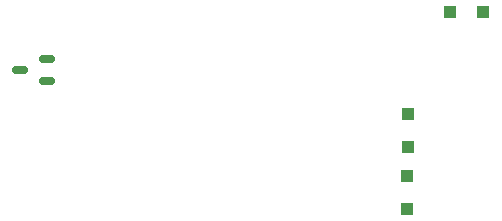
<source format=gtp>
%TF.GenerationSoftware,KiCad,Pcbnew,9.0.1+1*%
%TF.CreationDate,2026-01-16T02:32:25+00:00*%
%TF.ProjectId,WALKIN_PIR_IF,57414c4b-494e-45f5-9049-525f49462e6b,B*%
%TF.SameCoordinates,Original*%
%TF.FileFunction,Paste,Top*%
%TF.FilePolarity,Positive*%
%FSLAX46Y46*%
G04 Gerber Fmt 4.6, Leading zero omitted, Abs format (unit mm)*
G04 Created by KiCad (PCBNEW 9.0.1+1) date 2026-01-16 02:32:25*
%MOMM*%
%LPD*%
G01*
G04 APERTURE LIST*
G04 Aperture macros list*
%AMRoundRect*
0 Rectangle with rounded corners*
0 $1 Rounding radius*
0 $2 $3 $4 $5 $6 $7 $8 $9 X,Y pos of 4 corners*
0 Add a 4 corners polygon primitive as box body*
4,1,4,$2,$3,$4,$5,$6,$7,$8,$9,$2,$3,0*
0 Add four circle primitives for the rounded corners*
1,1,$1+$1,$2,$3*
1,1,$1+$1,$4,$5*
1,1,$1+$1,$6,$7*
1,1,$1+$1,$8,$9*
0 Add four rect primitives between the rounded corners*
20,1,$1+$1,$2,$3,$4,$5,0*
20,1,$1+$1,$4,$5,$6,$7,0*
20,1,$1+$1,$6,$7,$8,$9,0*
20,1,$1+$1,$8,$9,$2,$3,0*%
G04 Aperture macros list end*
%ADD10RoundRect,0.150000X0.512500X0.150000X-0.512500X0.150000X-0.512500X-0.150000X0.512500X-0.150000X0*%
%ADD11RoundRect,0.250000X-0.300000X0.300000X-0.300000X-0.300000X0.300000X-0.300000X0.300000X0.300000X0*%
%ADD12RoundRect,0.250000X0.300000X0.300000X-0.300000X0.300000X-0.300000X-0.300000X0.300000X-0.300000X0*%
G04 APERTURE END LIST*
D10*
%TO.C,Q1*%
X137870000Y-99581101D03*
X137870000Y-97681101D03*
X135595000Y-98631101D03*
%TD*%
D11*
%TO.C,D2*%
X168410000Y-107610000D03*
X168410000Y-110410000D03*
%TD*%
D12*
%TO.C,D1*%
X174840000Y-93670000D03*
X172040000Y-93670000D03*
%TD*%
D11*
%TO.C,D3*%
X168440000Y-102372500D03*
X168440000Y-105172500D03*
%TD*%
M02*

</source>
